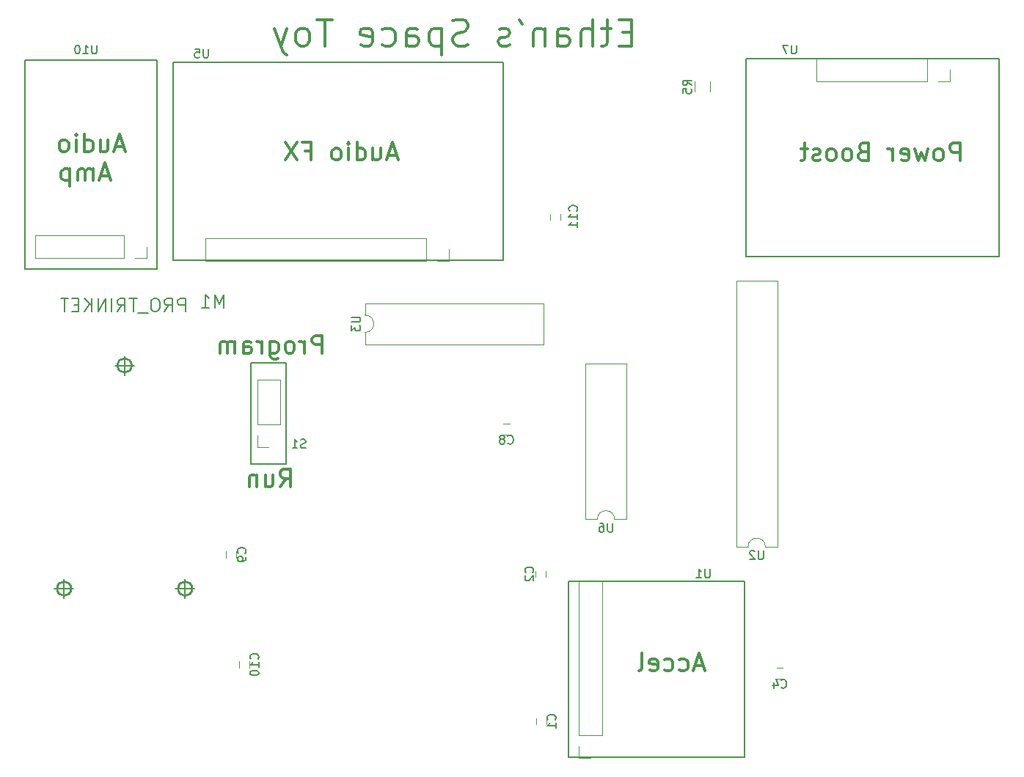
<source format=gbr>
G04 #@! TF.FileFunction,Legend,Bot*
%FSLAX46Y46*%
G04 Gerber Fmt 4.6, Leading zero omitted, Abs format (unit mm)*
G04 Created by KiCad (PCBNEW 4.0.6) date 09/02/17 13:52:09*
%MOMM*%
%LPD*%
G01*
G04 APERTURE LIST*
%ADD10C,0.100000*%
%ADD11C,0.300000*%
%ADD12C,0.150000*%
%ADD13C,0.120000*%
%ADD14C,0.063500*%
%ADD15C,0.127000*%
G04 APERTURE END LIST*
D10*
D11*
X170252570Y-140038667D02*
X169284951Y-140038667D01*
X170446094Y-140619238D02*
X169768761Y-138587238D01*
X169091428Y-140619238D01*
X167543237Y-140522476D02*
X167736761Y-140619238D01*
X168123809Y-140619238D01*
X168317333Y-140522476D01*
X168414094Y-140425714D01*
X168510856Y-140232190D01*
X168510856Y-139651619D01*
X168414094Y-139458095D01*
X168317333Y-139361333D01*
X168123809Y-139264571D01*
X167736761Y-139264571D01*
X167543237Y-139361333D01*
X165801523Y-140522476D02*
X165995047Y-140619238D01*
X166382095Y-140619238D01*
X166575619Y-140522476D01*
X166672380Y-140425714D01*
X166769142Y-140232190D01*
X166769142Y-139651619D01*
X166672380Y-139458095D01*
X166575619Y-139361333D01*
X166382095Y-139264571D01*
X165995047Y-139264571D01*
X165801523Y-139361333D01*
X164156571Y-140522476D02*
X164350095Y-140619238D01*
X164737143Y-140619238D01*
X164930666Y-140522476D01*
X165027428Y-140328952D01*
X165027428Y-139554857D01*
X164930666Y-139361333D01*
X164737143Y-139264571D01*
X164350095Y-139264571D01*
X164156571Y-139361333D01*
X164059809Y-139554857D01*
X164059809Y-139748381D01*
X165027428Y-139941905D01*
X162898667Y-140619238D02*
X163092191Y-140522476D01*
X163188952Y-140328952D01*
X163188952Y-138587238D01*
X199928237Y-81691238D02*
X199928237Y-79659238D01*
X199154142Y-79659238D01*
X198960618Y-79756000D01*
X198863857Y-79852762D01*
X198767095Y-80046286D01*
X198767095Y-80336571D01*
X198863857Y-80530095D01*
X198960618Y-80626857D01*
X199154142Y-80723619D01*
X199928237Y-80723619D01*
X197605952Y-81691238D02*
X197799476Y-81594476D01*
X197896237Y-81497714D01*
X197992999Y-81304190D01*
X197992999Y-80723619D01*
X197896237Y-80530095D01*
X197799476Y-80433333D01*
X197605952Y-80336571D01*
X197315666Y-80336571D01*
X197122142Y-80433333D01*
X197025380Y-80530095D01*
X196928618Y-80723619D01*
X196928618Y-81304190D01*
X197025380Y-81497714D01*
X197122142Y-81594476D01*
X197315666Y-81691238D01*
X197605952Y-81691238D01*
X196251285Y-80336571D02*
X195864238Y-81691238D01*
X195477190Y-80723619D01*
X195090142Y-81691238D01*
X194703095Y-80336571D01*
X193154904Y-81594476D02*
X193348428Y-81691238D01*
X193735476Y-81691238D01*
X193928999Y-81594476D01*
X194025761Y-81400952D01*
X194025761Y-80626857D01*
X193928999Y-80433333D01*
X193735476Y-80336571D01*
X193348428Y-80336571D01*
X193154904Y-80433333D01*
X193058142Y-80626857D01*
X193058142Y-80820381D01*
X194025761Y-81013905D01*
X192187285Y-81691238D02*
X192187285Y-80336571D01*
X192187285Y-80723619D02*
X192090524Y-80530095D01*
X191993762Y-80433333D01*
X191800238Y-80336571D01*
X191606714Y-80336571D01*
X188703857Y-80626857D02*
X188413571Y-80723619D01*
X188316810Y-80820381D01*
X188220048Y-81013905D01*
X188220048Y-81304190D01*
X188316810Y-81497714D01*
X188413571Y-81594476D01*
X188607095Y-81691238D01*
X189381190Y-81691238D01*
X189381190Y-79659238D01*
X188703857Y-79659238D01*
X188510333Y-79756000D01*
X188413571Y-79852762D01*
X188316810Y-80046286D01*
X188316810Y-80239810D01*
X188413571Y-80433333D01*
X188510333Y-80530095D01*
X188703857Y-80626857D01*
X189381190Y-80626857D01*
X187058905Y-81691238D02*
X187252429Y-81594476D01*
X187349190Y-81497714D01*
X187445952Y-81304190D01*
X187445952Y-80723619D01*
X187349190Y-80530095D01*
X187252429Y-80433333D01*
X187058905Y-80336571D01*
X186768619Y-80336571D01*
X186575095Y-80433333D01*
X186478333Y-80530095D01*
X186381571Y-80723619D01*
X186381571Y-81304190D01*
X186478333Y-81497714D01*
X186575095Y-81594476D01*
X186768619Y-81691238D01*
X187058905Y-81691238D01*
X185220429Y-81691238D02*
X185413953Y-81594476D01*
X185510714Y-81497714D01*
X185607476Y-81304190D01*
X185607476Y-80723619D01*
X185510714Y-80530095D01*
X185413953Y-80433333D01*
X185220429Y-80336571D01*
X184930143Y-80336571D01*
X184736619Y-80433333D01*
X184639857Y-80530095D01*
X184543095Y-80723619D01*
X184543095Y-81304190D01*
X184639857Y-81497714D01*
X184736619Y-81594476D01*
X184930143Y-81691238D01*
X185220429Y-81691238D01*
X183769000Y-81594476D02*
X183575477Y-81691238D01*
X183188429Y-81691238D01*
X182994905Y-81594476D01*
X182898143Y-81400952D01*
X182898143Y-81304190D01*
X182994905Y-81110667D01*
X183188429Y-81013905D01*
X183478715Y-81013905D01*
X183672238Y-80917143D01*
X183769000Y-80723619D01*
X183769000Y-80626857D01*
X183672238Y-80433333D01*
X183478715Y-80336571D01*
X183188429Y-80336571D01*
X182994905Y-80433333D01*
X182317572Y-80336571D02*
X181543477Y-80336571D01*
X182027286Y-79659238D02*
X182027286Y-81400952D01*
X181930525Y-81594476D01*
X181737001Y-81691238D01*
X181543477Y-81691238D01*
X103432427Y-80071667D02*
X102464808Y-80071667D01*
X103625951Y-80652238D02*
X102948618Y-78620238D01*
X102271285Y-80652238D01*
X100723094Y-79297571D02*
X100723094Y-80652238D01*
X101593951Y-79297571D02*
X101593951Y-80361952D01*
X101497190Y-80555476D01*
X101303666Y-80652238D01*
X101013380Y-80652238D01*
X100819856Y-80555476D01*
X100723094Y-80458714D01*
X98884618Y-80652238D02*
X98884618Y-78620238D01*
X98884618Y-80555476D02*
X99078142Y-80652238D01*
X99465190Y-80652238D01*
X99658714Y-80555476D01*
X99755475Y-80458714D01*
X99852237Y-80265190D01*
X99852237Y-79684619D01*
X99755475Y-79491095D01*
X99658714Y-79394333D01*
X99465190Y-79297571D01*
X99078142Y-79297571D01*
X98884618Y-79394333D01*
X97916999Y-80652238D02*
X97916999Y-79297571D01*
X97916999Y-78620238D02*
X98013761Y-78717000D01*
X97916999Y-78813762D01*
X97820238Y-78717000D01*
X97916999Y-78620238D01*
X97916999Y-78813762D01*
X96659095Y-80652238D02*
X96852619Y-80555476D01*
X96949380Y-80458714D01*
X97046142Y-80265190D01*
X97046142Y-79684619D01*
X96949380Y-79491095D01*
X96852619Y-79394333D01*
X96659095Y-79297571D01*
X96368809Y-79297571D01*
X96175285Y-79394333D01*
X96078523Y-79491095D01*
X95981761Y-79684619D01*
X95981761Y-80265190D01*
X96078523Y-80458714D01*
X96175285Y-80555476D01*
X96368809Y-80652238D01*
X96659095Y-80652238D01*
X101690713Y-83419667D02*
X100723094Y-83419667D01*
X101884237Y-84000238D02*
X101206904Y-81968238D01*
X100529571Y-84000238D01*
X99852237Y-84000238D02*
X99852237Y-82645571D01*
X99852237Y-82839095D02*
X99755476Y-82742333D01*
X99561952Y-82645571D01*
X99271666Y-82645571D01*
X99078142Y-82742333D01*
X98981380Y-82935857D01*
X98981380Y-84000238D01*
X98981380Y-82935857D02*
X98884618Y-82742333D01*
X98691095Y-82645571D01*
X98400809Y-82645571D01*
X98207285Y-82742333D01*
X98110523Y-82935857D01*
X98110523Y-84000238D01*
X97142904Y-82645571D02*
X97142904Y-84677571D01*
X97142904Y-82742333D02*
X96949381Y-82645571D01*
X96562333Y-82645571D01*
X96368809Y-82742333D01*
X96272047Y-82839095D01*
X96175285Y-83032619D01*
X96175285Y-83613190D01*
X96272047Y-83806714D01*
X96368809Y-83903476D01*
X96562333Y-84000238D01*
X96949381Y-84000238D01*
X97142904Y-83903476D01*
X134861903Y-81047167D02*
X133894284Y-81047167D01*
X135055427Y-81627738D02*
X134378094Y-79595738D01*
X133700761Y-81627738D01*
X132152570Y-80273071D02*
X132152570Y-81627738D01*
X133023427Y-80273071D02*
X133023427Y-81337452D01*
X132926666Y-81530976D01*
X132733142Y-81627738D01*
X132442856Y-81627738D01*
X132249332Y-81530976D01*
X132152570Y-81434214D01*
X130314094Y-81627738D02*
X130314094Y-79595738D01*
X130314094Y-81530976D02*
X130507618Y-81627738D01*
X130894666Y-81627738D01*
X131088190Y-81530976D01*
X131184951Y-81434214D01*
X131281713Y-81240690D01*
X131281713Y-80660119D01*
X131184951Y-80466595D01*
X131088190Y-80369833D01*
X130894666Y-80273071D01*
X130507618Y-80273071D01*
X130314094Y-80369833D01*
X129346475Y-81627738D02*
X129346475Y-80273071D01*
X129346475Y-79595738D02*
X129443237Y-79692500D01*
X129346475Y-79789262D01*
X129249714Y-79692500D01*
X129346475Y-79595738D01*
X129346475Y-79789262D01*
X128088571Y-81627738D02*
X128282095Y-81530976D01*
X128378856Y-81434214D01*
X128475618Y-81240690D01*
X128475618Y-80660119D01*
X128378856Y-80466595D01*
X128282095Y-80369833D01*
X128088571Y-80273071D01*
X127798285Y-80273071D01*
X127604761Y-80369833D01*
X127507999Y-80466595D01*
X127411237Y-80660119D01*
X127411237Y-81240690D01*
X127507999Y-81434214D01*
X127604761Y-81530976D01*
X127798285Y-81627738D01*
X128088571Y-81627738D01*
X124314857Y-80563357D02*
X124992190Y-80563357D01*
X124992190Y-81627738D02*
X124992190Y-79595738D01*
X124024571Y-79595738D01*
X123444000Y-79595738D02*
X122089334Y-81627738D01*
X122089334Y-79595738D02*
X123444000Y-81627738D01*
X162006642Y-66838286D02*
X160990642Y-66838286D01*
X160555213Y-68434857D02*
X162006642Y-68434857D01*
X162006642Y-65386857D01*
X160555213Y-65386857D01*
X159684356Y-66402857D02*
X158523213Y-66402857D01*
X159248928Y-65386857D02*
X159248928Y-67999429D01*
X159103785Y-68289714D01*
X158813499Y-68434857D01*
X158523213Y-68434857D01*
X157507214Y-68434857D02*
X157507214Y-65386857D01*
X156200928Y-68434857D02*
X156200928Y-66838286D01*
X156346071Y-66548000D01*
X156636357Y-66402857D01*
X157071785Y-66402857D01*
X157362071Y-66548000D01*
X157507214Y-66693143D01*
X153443214Y-68434857D02*
X153443214Y-66838286D01*
X153588357Y-66548000D01*
X153878643Y-66402857D01*
X154459214Y-66402857D01*
X154749500Y-66548000D01*
X153443214Y-68289714D02*
X153733500Y-68434857D01*
X154459214Y-68434857D01*
X154749500Y-68289714D01*
X154894643Y-67999429D01*
X154894643Y-67709143D01*
X154749500Y-67418857D01*
X154459214Y-67273714D01*
X153733500Y-67273714D01*
X153443214Y-67128571D01*
X151991786Y-66402857D02*
X151991786Y-68434857D01*
X151991786Y-66693143D02*
X151846643Y-66548000D01*
X151556357Y-66402857D01*
X151120929Y-66402857D01*
X150830643Y-66548000D01*
X150685500Y-66838286D01*
X150685500Y-68434857D01*
X149088929Y-65386857D02*
X149379215Y-65967429D01*
X147927786Y-68289714D02*
X147637500Y-68434857D01*
X147056928Y-68434857D01*
X146766643Y-68289714D01*
X146621500Y-67999429D01*
X146621500Y-67854286D01*
X146766643Y-67564000D01*
X147056928Y-67418857D01*
X147492357Y-67418857D01*
X147782643Y-67273714D01*
X147927786Y-66983429D01*
X147927786Y-66838286D01*
X147782643Y-66548000D01*
X147492357Y-66402857D01*
X147056928Y-66402857D01*
X146766643Y-66548000D01*
X143138071Y-68289714D02*
X142702642Y-68434857D01*
X141976928Y-68434857D01*
X141686642Y-68289714D01*
X141541499Y-68144571D01*
X141396356Y-67854286D01*
X141396356Y-67564000D01*
X141541499Y-67273714D01*
X141686642Y-67128571D01*
X141976928Y-66983429D01*
X142557499Y-66838286D01*
X142847785Y-66693143D01*
X142992928Y-66548000D01*
X143138071Y-66257714D01*
X143138071Y-65967429D01*
X142992928Y-65677143D01*
X142847785Y-65532000D01*
X142557499Y-65386857D01*
X141831785Y-65386857D01*
X141396356Y-65532000D01*
X140090071Y-66402857D02*
X140090071Y-69450857D01*
X140090071Y-66548000D02*
X139799785Y-66402857D01*
X139219214Y-66402857D01*
X138928928Y-66548000D01*
X138783785Y-66693143D01*
X138638642Y-66983429D01*
X138638642Y-67854286D01*
X138783785Y-68144571D01*
X138928928Y-68289714D01*
X139219214Y-68434857D01*
X139799785Y-68434857D01*
X140090071Y-68289714D01*
X136026071Y-68434857D02*
X136026071Y-66838286D01*
X136171214Y-66548000D01*
X136461500Y-66402857D01*
X137042071Y-66402857D01*
X137332357Y-66548000D01*
X136026071Y-68289714D02*
X136316357Y-68434857D01*
X137042071Y-68434857D01*
X137332357Y-68289714D01*
X137477500Y-67999429D01*
X137477500Y-67709143D01*
X137332357Y-67418857D01*
X137042071Y-67273714D01*
X136316357Y-67273714D01*
X136026071Y-67128571D01*
X133268357Y-68289714D02*
X133558643Y-68434857D01*
X134139214Y-68434857D01*
X134429500Y-68289714D01*
X134574643Y-68144571D01*
X134719786Y-67854286D01*
X134719786Y-66983429D01*
X134574643Y-66693143D01*
X134429500Y-66548000D01*
X134139214Y-66402857D01*
X133558643Y-66402857D01*
X133268357Y-66548000D01*
X130800929Y-68289714D02*
X131091215Y-68434857D01*
X131671786Y-68434857D01*
X131962072Y-68289714D01*
X132107215Y-67999429D01*
X132107215Y-66838286D01*
X131962072Y-66548000D01*
X131671786Y-66402857D01*
X131091215Y-66402857D01*
X130800929Y-66548000D01*
X130655786Y-66838286D01*
X130655786Y-67128571D01*
X132107215Y-67418857D01*
X127462643Y-65386857D02*
X125720929Y-65386857D01*
X126591786Y-68434857D02*
X126591786Y-65386857D01*
X124269500Y-68434857D02*
X124559786Y-68289714D01*
X124704929Y-68144571D01*
X124850072Y-67854286D01*
X124850072Y-66983429D01*
X124704929Y-66693143D01*
X124559786Y-66548000D01*
X124269500Y-66402857D01*
X123834072Y-66402857D01*
X123543786Y-66548000D01*
X123398643Y-66693143D01*
X123253500Y-66983429D01*
X123253500Y-67854286D01*
X123398643Y-68144571D01*
X123543786Y-68289714D01*
X123834072Y-68434857D01*
X124269500Y-68434857D01*
X122237500Y-66402857D02*
X121511786Y-68434857D01*
X120786072Y-66402857D02*
X121511786Y-68434857D01*
X121802072Y-69160571D01*
X121947215Y-69305714D01*
X122237500Y-69450857D01*
X121478524Y-119346738D02*
X122155857Y-118379119D01*
X122639666Y-119346738D02*
X122639666Y-117314738D01*
X121865571Y-117314738D01*
X121672047Y-117411500D01*
X121575286Y-117508262D01*
X121478524Y-117701786D01*
X121478524Y-117992071D01*
X121575286Y-118185595D01*
X121672047Y-118282357D01*
X121865571Y-118379119D01*
X122639666Y-118379119D01*
X119736809Y-117992071D02*
X119736809Y-119346738D01*
X120607666Y-117992071D02*
X120607666Y-119056452D01*
X120510905Y-119249976D01*
X120317381Y-119346738D01*
X120027095Y-119346738D01*
X119833571Y-119249976D01*
X119736809Y-119153214D01*
X118769190Y-117992071D02*
X118769190Y-119346738D01*
X118769190Y-118185595D02*
X118672429Y-118088833D01*
X118478905Y-117992071D01*
X118188619Y-117992071D01*
X117995095Y-118088833D01*
X117898333Y-118282357D01*
X117898333Y-119346738D01*
X126298475Y-103916238D02*
X126298475Y-101884238D01*
X125524380Y-101884238D01*
X125330856Y-101981000D01*
X125234095Y-102077762D01*
X125137333Y-102271286D01*
X125137333Y-102561571D01*
X125234095Y-102755095D01*
X125330856Y-102851857D01*
X125524380Y-102948619D01*
X126298475Y-102948619D01*
X124266475Y-103916238D02*
X124266475Y-102561571D01*
X124266475Y-102948619D02*
X124169714Y-102755095D01*
X124072952Y-102658333D01*
X123879428Y-102561571D01*
X123685904Y-102561571D01*
X122718285Y-103916238D02*
X122911809Y-103819476D01*
X123008570Y-103722714D01*
X123105332Y-103529190D01*
X123105332Y-102948619D01*
X123008570Y-102755095D01*
X122911809Y-102658333D01*
X122718285Y-102561571D01*
X122427999Y-102561571D01*
X122234475Y-102658333D01*
X122137713Y-102755095D01*
X122040951Y-102948619D01*
X122040951Y-103529190D01*
X122137713Y-103722714D01*
X122234475Y-103819476D01*
X122427999Y-103916238D01*
X122718285Y-103916238D01*
X120299237Y-102561571D02*
X120299237Y-104206524D01*
X120395999Y-104400048D01*
X120492761Y-104496810D01*
X120686285Y-104593571D01*
X120976571Y-104593571D01*
X121170094Y-104496810D01*
X120299237Y-103819476D02*
X120492761Y-103916238D01*
X120879809Y-103916238D01*
X121073333Y-103819476D01*
X121170094Y-103722714D01*
X121266856Y-103529190D01*
X121266856Y-102948619D01*
X121170094Y-102755095D01*
X121073333Y-102658333D01*
X120879809Y-102561571D01*
X120492761Y-102561571D01*
X120299237Y-102658333D01*
X119331618Y-103916238D02*
X119331618Y-102561571D01*
X119331618Y-102948619D02*
X119234857Y-102755095D01*
X119138095Y-102658333D01*
X118944571Y-102561571D01*
X118751047Y-102561571D01*
X117202856Y-103916238D02*
X117202856Y-102851857D01*
X117299618Y-102658333D01*
X117493142Y-102561571D01*
X117880190Y-102561571D01*
X118073713Y-102658333D01*
X117202856Y-103819476D02*
X117396380Y-103916238D01*
X117880190Y-103916238D01*
X118073713Y-103819476D01*
X118170475Y-103625952D01*
X118170475Y-103432429D01*
X118073713Y-103238905D01*
X117880190Y-103142143D01*
X117396380Y-103142143D01*
X117202856Y-103045381D01*
X116235237Y-103916238D02*
X116235237Y-102561571D01*
X116235237Y-102755095D02*
X116138476Y-102658333D01*
X115944952Y-102561571D01*
X115654666Y-102561571D01*
X115461142Y-102658333D01*
X115364380Y-102851857D01*
X115364380Y-103916238D01*
X115364380Y-102851857D02*
X115267618Y-102658333D01*
X115074095Y-102561571D01*
X114783809Y-102561571D01*
X114590285Y-102658333D01*
X114493523Y-102851857D01*
X114493523Y-103916238D01*
D12*
X175196500Y-69913500D02*
X175196500Y-92773500D01*
X175196500Y-92773500D02*
X204406500Y-92773500D01*
X204406500Y-92773500D02*
X204406500Y-69913500D01*
X204406500Y-69913500D02*
X175196500Y-69913500D01*
D13*
X183391500Y-72513500D02*
X183391500Y-69853500D01*
X196151500Y-72513500D02*
X183391500Y-72513500D01*
X196151500Y-69853500D02*
X183391500Y-69853500D01*
X196151500Y-72513500D02*
X196151500Y-69853500D01*
X197421500Y-72513500D02*
X198751500Y-72513500D01*
X198751500Y-72513500D02*
X198751500Y-71183500D01*
D14*
X111391618Y-131124960D02*
G75*
G03X111391618Y-131124960I-901618J0D01*
G01*
X97418026Y-131124960D02*
G75*
G03X97418026Y-131124960I-898026J0D01*
G01*
X104403026Y-105346500D02*
G75*
G03X104403026Y-105346500I-898026J0D01*
G01*
D15*
X97295894Y-131124960D02*
G75*
G03X97295894Y-131124960I-775894J0D01*
G01*
X95420180Y-131124960D02*
X97622360Y-131124960D01*
X96520000Y-130025140D02*
X96520000Y-132227320D01*
X111265894Y-131124960D02*
G75*
G03X111265894Y-131124960I-775894J0D01*
G01*
X109387640Y-131124960D02*
X111589820Y-131124960D01*
X110490000Y-130025140D02*
X110490000Y-132227320D01*
X104280894Y-105346500D02*
G75*
G03X104280894Y-105346500I-775894J0D01*
G01*
X102405180Y-105346500D02*
X104604820Y-105346500D01*
X103505000Y-104246680D02*
X103505000Y-106446320D01*
D12*
X107251500Y-94170500D02*
X107251500Y-70040500D01*
X107251500Y-70040500D02*
X92011500Y-70040500D01*
X92011500Y-70040500D02*
X92011500Y-94170500D01*
X107251500Y-94170500D02*
X92011500Y-94170500D01*
D13*
X93221500Y-92960500D02*
X93221500Y-90300500D01*
X103441500Y-92960500D02*
X93221500Y-92960500D01*
X103441500Y-90300500D02*
X93221500Y-90300500D01*
X103441500Y-92960500D02*
X103441500Y-90300500D01*
X104711500Y-92960500D02*
X106041500Y-92960500D01*
X106041500Y-92960500D02*
X106041500Y-91630500D01*
X158067500Y-123119500D02*
X156697500Y-123119500D01*
X156697500Y-123119500D02*
X156697500Y-105099500D01*
X156697500Y-105099500D02*
X161437500Y-105099500D01*
X161437500Y-105099500D02*
X161437500Y-123119500D01*
X161437500Y-123119500D02*
X160067500Y-123119500D01*
X160067500Y-123119500D02*
G75*
G03X158067500Y-123119500I-1000000J0D01*
G01*
D12*
X109093000Y-93218000D02*
X109093000Y-70358000D01*
X147193000Y-93218000D02*
X147193000Y-70358000D01*
X147193000Y-70358000D02*
X109093000Y-70358000D01*
X147193000Y-93218000D02*
X109093000Y-93218000D01*
D13*
X112843000Y-93278000D02*
X112843000Y-90618000D01*
X138303000Y-93278000D02*
X112843000Y-93278000D01*
X138303000Y-90618000D02*
X112843000Y-90618000D01*
X138303000Y-93278000D02*
X138303000Y-90618000D01*
X139573000Y-93278000D02*
X140903000Y-93278000D01*
X140903000Y-93278000D02*
X140903000Y-91948000D01*
X131261500Y-99520500D02*
X131261500Y-98150500D01*
X131261500Y-98150500D02*
X151821500Y-98150500D01*
X151821500Y-98150500D02*
X151821500Y-102890500D01*
X151821500Y-102890500D02*
X131261500Y-102890500D01*
X131261500Y-102890500D02*
X131261500Y-101520500D01*
X131261500Y-101520500D02*
G75*
G03X131261500Y-99520500I0J1000000D01*
G01*
X175466500Y-126294500D02*
X174096500Y-126294500D01*
X174096500Y-126294500D02*
X174096500Y-95574500D01*
X174096500Y-95574500D02*
X178836500Y-95574500D01*
X178836500Y-95574500D02*
X178836500Y-126294500D01*
X178836500Y-126294500D02*
X177466500Y-126294500D01*
X177466500Y-126294500D02*
G75*
G03X175466500Y-126294500I-1000000J0D01*
G01*
D12*
X154749500Y-150622000D02*
X154749500Y-130302000D01*
X154749500Y-130302000D02*
X175069500Y-130302000D01*
X175069500Y-130302000D02*
X175069500Y-150622000D01*
X175069500Y-150622000D02*
X154749500Y-150622000D01*
D13*
X155959500Y-130242000D02*
X158619500Y-130242000D01*
X155959500Y-148082000D02*
X155959500Y-130242000D01*
X158619500Y-148082000D02*
X158619500Y-130242000D01*
X155959500Y-148082000D02*
X158619500Y-148082000D01*
X155959500Y-149352000D02*
X155959500Y-150682000D01*
X155959500Y-150682000D02*
X157289500Y-150682000D01*
D12*
X118110000Y-116459000D02*
X118110000Y-105029000D01*
X118110000Y-105029000D02*
X122174000Y-105029000D01*
X122174000Y-105029000D02*
X122174000Y-116713000D01*
X122174000Y-116713000D02*
X118110000Y-116713000D01*
X118110000Y-116713000D02*
X118110000Y-116459000D01*
D13*
X118812000Y-107001000D02*
X121472000Y-107001000D01*
X118812000Y-112141000D02*
X118812000Y-107001000D01*
X121472000Y-112141000D02*
X121472000Y-107001000D01*
X118812000Y-112141000D02*
X121472000Y-112141000D01*
X118812000Y-113411000D02*
X118812000Y-114741000D01*
X118812000Y-114741000D02*
X120142000Y-114741000D01*
X171060000Y-73752000D02*
X171060000Y-72552000D01*
X169300000Y-72552000D02*
X169300000Y-73752000D01*
X152625500Y-87851500D02*
X152625500Y-88551500D01*
X153825500Y-88551500D02*
X153825500Y-87851500D01*
X147224000Y-113312500D02*
X147924000Y-113312500D01*
X147924000Y-112112500D02*
X147224000Y-112112500D01*
X116424000Y-127540500D02*
X116424000Y-126840500D01*
X115224000Y-126840500D02*
X115224000Y-127540500D01*
X117884500Y-140240500D02*
X117884500Y-139540500D01*
X116684500Y-139540500D02*
X116684500Y-140240500D01*
X178783500Y-141506500D02*
X179483500Y-141506500D01*
X179483500Y-140306500D02*
X178783500Y-140306500D01*
X150911000Y-129063000D02*
X150911000Y-129763000D01*
X152111000Y-129763000D02*
X152111000Y-129063000D01*
X152174500Y-146781000D02*
X152174500Y-146081000D01*
X150974500Y-146081000D02*
X150974500Y-146781000D01*
D12*
X181038405Y-68349881D02*
X181038405Y-69159405D01*
X180990786Y-69254643D01*
X180943167Y-69302262D01*
X180847929Y-69349881D01*
X180657452Y-69349881D01*
X180562214Y-69302262D01*
X180514595Y-69254643D01*
X180466976Y-69159405D01*
X180466976Y-68349881D01*
X180086024Y-68349881D02*
X179419357Y-68349881D01*
X179847929Y-69349881D01*
X114962214Y-98669929D02*
X114962214Y-97145929D01*
X114454214Y-98234500D01*
X113946214Y-97145929D01*
X113946214Y-98669929D01*
X112422214Y-98669929D02*
X113293071Y-98669929D01*
X112857643Y-98669929D02*
X112857643Y-97145929D01*
X113002786Y-97363643D01*
X113147928Y-97508786D01*
X113293071Y-97581357D01*
X110517214Y-99114429D02*
X110517214Y-97590429D01*
X109936642Y-97590429D01*
X109791500Y-97663000D01*
X109718928Y-97735571D01*
X109646357Y-97880714D01*
X109646357Y-98098429D01*
X109718928Y-98243571D01*
X109791500Y-98316143D01*
X109936642Y-98388714D01*
X110517214Y-98388714D01*
X108122357Y-99114429D02*
X108630357Y-98388714D01*
X108993214Y-99114429D02*
X108993214Y-97590429D01*
X108412642Y-97590429D01*
X108267500Y-97663000D01*
X108194928Y-97735571D01*
X108122357Y-97880714D01*
X108122357Y-98098429D01*
X108194928Y-98243571D01*
X108267500Y-98316143D01*
X108412642Y-98388714D01*
X108993214Y-98388714D01*
X107178928Y-97590429D02*
X106888642Y-97590429D01*
X106743500Y-97663000D01*
X106598357Y-97808143D01*
X106525785Y-98098429D01*
X106525785Y-98606429D01*
X106598357Y-98896714D01*
X106743500Y-99041857D01*
X106888642Y-99114429D01*
X107178928Y-99114429D01*
X107324071Y-99041857D01*
X107469214Y-98896714D01*
X107541785Y-98606429D01*
X107541785Y-98098429D01*
X107469214Y-97808143D01*
X107324071Y-97663000D01*
X107178928Y-97590429D01*
X106235500Y-99259571D02*
X105074357Y-99259571D01*
X104929214Y-97590429D02*
X104058357Y-97590429D01*
X104493786Y-99114429D02*
X104493786Y-97590429D01*
X102679500Y-99114429D02*
X103187500Y-98388714D01*
X103550357Y-99114429D02*
X103550357Y-97590429D01*
X102969785Y-97590429D01*
X102824643Y-97663000D01*
X102752071Y-97735571D01*
X102679500Y-97880714D01*
X102679500Y-98098429D01*
X102752071Y-98243571D01*
X102824643Y-98316143D01*
X102969785Y-98388714D01*
X103550357Y-98388714D01*
X102026357Y-99114429D02*
X102026357Y-97590429D01*
X101300643Y-99114429D02*
X101300643Y-97590429D01*
X100429786Y-99114429D01*
X100429786Y-97590429D01*
X99704072Y-99114429D02*
X99704072Y-97590429D01*
X98833215Y-99114429D02*
X99486358Y-98243571D01*
X98833215Y-97590429D02*
X99704072Y-98461286D01*
X98180072Y-98316143D02*
X97672072Y-98316143D01*
X97454358Y-99114429D02*
X98180072Y-99114429D01*
X98180072Y-97590429D01*
X97454358Y-97590429D01*
X97018929Y-97590429D02*
X96148072Y-97590429D01*
X96583501Y-99114429D02*
X96583501Y-97590429D01*
X100298095Y-68349881D02*
X100298095Y-69159405D01*
X100250476Y-69254643D01*
X100202857Y-69302262D01*
X100107619Y-69349881D01*
X99917142Y-69349881D01*
X99821904Y-69302262D01*
X99774285Y-69254643D01*
X99726666Y-69159405D01*
X99726666Y-68349881D01*
X98726666Y-69349881D02*
X99298095Y-69349881D01*
X99012381Y-69349881D02*
X99012381Y-68349881D01*
X99107619Y-68492738D01*
X99202857Y-68587976D01*
X99298095Y-68635595D01*
X98107619Y-68349881D02*
X98012380Y-68349881D01*
X97917142Y-68397500D01*
X97869523Y-68445119D01*
X97821904Y-68540357D01*
X97774285Y-68730833D01*
X97774285Y-68968929D01*
X97821904Y-69159405D01*
X97869523Y-69254643D01*
X97917142Y-69302262D01*
X98012380Y-69349881D01*
X98107619Y-69349881D01*
X98202857Y-69302262D01*
X98250476Y-69254643D01*
X98298095Y-69159405D01*
X98345714Y-68968929D01*
X98345714Y-68730833D01*
X98298095Y-68540357D01*
X98250476Y-68445119D01*
X98202857Y-68397500D01*
X98107619Y-68349881D01*
X159829405Y-123571881D02*
X159829405Y-124381405D01*
X159781786Y-124476643D01*
X159734167Y-124524262D01*
X159638929Y-124571881D01*
X159448452Y-124571881D01*
X159353214Y-124524262D01*
X159305595Y-124476643D01*
X159257976Y-124381405D01*
X159257976Y-123571881D01*
X158353214Y-123571881D02*
X158543691Y-123571881D01*
X158638929Y-123619500D01*
X158686548Y-123667119D01*
X158781786Y-123809976D01*
X158829405Y-124000452D01*
X158829405Y-124381405D01*
X158781786Y-124476643D01*
X158734167Y-124524262D01*
X158638929Y-124571881D01*
X158448452Y-124571881D01*
X158353214Y-124524262D01*
X158305595Y-124476643D01*
X158257976Y-124381405D01*
X158257976Y-124143310D01*
X158305595Y-124048071D01*
X158353214Y-124000452D01*
X158448452Y-123952833D01*
X158638929Y-123952833D01*
X158734167Y-124000452D01*
X158781786Y-124048071D01*
X158829405Y-124143310D01*
X113156905Y-68794381D02*
X113156905Y-69603905D01*
X113109286Y-69699143D01*
X113061667Y-69746762D01*
X112966429Y-69794381D01*
X112775952Y-69794381D01*
X112680714Y-69746762D01*
X112633095Y-69699143D01*
X112585476Y-69603905D01*
X112585476Y-68794381D01*
X111633095Y-68794381D02*
X112109286Y-68794381D01*
X112156905Y-69270571D01*
X112109286Y-69222952D01*
X112014048Y-69175333D01*
X111775952Y-69175333D01*
X111680714Y-69222952D01*
X111633095Y-69270571D01*
X111585476Y-69365810D01*
X111585476Y-69603905D01*
X111633095Y-69699143D01*
X111680714Y-69746762D01*
X111775952Y-69794381D01*
X112014048Y-69794381D01*
X112109286Y-69746762D01*
X112156905Y-69699143D01*
X129713881Y-99758595D02*
X130523405Y-99758595D01*
X130618643Y-99806214D01*
X130666262Y-99853833D01*
X130713881Y-99949071D01*
X130713881Y-100139548D01*
X130666262Y-100234786D01*
X130618643Y-100282405D01*
X130523405Y-100330024D01*
X129713881Y-100330024D01*
X129713881Y-100710976D02*
X129713881Y-101330024D01*
X130094833Y-100996690D01*
X130094833Y-101139548D01*
X130142452Y-101234786D01*
X130190071Y-101282405D01*
X130285310Y-101330024D01*
X130523405Y-101330024D01*
X130618643Y-101282405D01*
X130666262Y-101234786D01*
X130713881Y-101139548D01*
X130713881Y-100853833D01*
X130666262Y-100758595D01*
X130618643Y-100710976D01*
X177228405Y-126746881D02*
X177228405Y-127556405D01*
X177180786Y-127651643D01*
X177133167Y-127699262D01*
X177037929Y-127746881D01*
X176847452Y-127746881D01*
X176752214Y-127699262D01*
X176704595Y-127651643D01*
X176656976Y-127556405D01*
X176656976Y-126746881D01*
X176228405Y-126842119D02*
X176180786Y-126794500D01*
X176085548Y-126746881D01*
X175847452Y-126746881D01*
X175752214Y-126794500D01*
X175704595Y-126842119D01*
X175656976Y-126937357D01*
X175656976Y-127032595D01*
X175704595Y-127175452D01*
X176276024Y-127746881D01*
X175656976Y-127746881D01*
X171068905Y-128865381D02*
X171068905Y-129674905D01*
X171021286Y-129770143D01*
X170973667Y-129817762D01*
X170878429Y-129865381D01*
X170687952Y-129865381D01*
X170592714Y-129817762D01*
X170545095Y-129770143D01*
X170497476Y-129674905D01*
X170497476Y-128865381D01*
X169497476Y-129865381D02*
X170068905Y-129865381D01*
X169783191Y-129865381D02*
X169783191Y-128865381D01*
X169878429Y-129008238D01*
X169973667Y-129103476D01*
X170068905Y-129151095D01*
X124396405Y-114831762D02*
X124253548Y-114879381D01*
X124015452Y-114879381D01*
X123920214Y-114831762D01*
X123872595Y-114784143D01*
X123824976Y-114688905D01*
X123824976Y-114593667D01*
X123872595Y-114498429D01*
X123920214Y-114450810D01*
X124015452Y-114403190D01*
X124205929Y-114355571D01*
X124301167Y-114307952D01*
X124348786Y-114260333D01*
X124396405Y-114165095D01*
X124396405Y-114069857D01*
X124348786Y-113974619D01*
X124301167Y-113927000D01*
X124205929Y-113879381D01*
X123967833Y-113879381D01*
X123824976Y-113927000D01*
X122872595Y-114879381D02*
X123444024Y-114879381D01*
X123158310Y-114879381D02*
X123158310Y-113879381D01*
X123253548Y-114022238D01*
X123348786Y-114117476D01*
X123444024Y-114165095D01*
X168932381Y-72985334D02*
X168456190Y-72652000D01*
X168932381Y-72413905D02*
X167932381Y-72413905D01*
X167932381Y-72794858D01*
X167980000Y-72890096D01*
X168027619Y-72937715D01*
X168122857Y-72985334D01*
X168265714Y-72985334D01*
X168360952Y-72937715D01*
X168408571Y-72890096D01*
X168456190Y-72794858D01*
X168456190Y-72413905D01*
X167932381Y-73890096D02*
X167932381Y-73413905D01*
X168408571Y-73366286D01*
X168360952Y-73413905D01*
X168313333Y-73509143D01*
X168313333Y-73747239D01*
X168360952Y-73842477D01*
X168408571Y-73890096D01*
X168503810Y-73937715D01*
X168741905Y-73937715D01*
X168837143Y-73890096D01*
X168884762Y-73842477D01*
X168932381Y-73747239D01*
X168932381Y-73509143D01*
X168884762Y-73413905D01*
X168837143Y-73366286D01*
X155678143Y-87495143D02*
X155725762Y-87447524D01*
X155773381Y-87304667D01*
X155773381Y-87209429D01*
X155725762Y-87066571D01*
X155630524Y-86971333D01*
X155535286Y-86923714D01*
X155344810Y-86876095D01*
X155201952Y-86876095D01*
X155011476Y-86923714D01*
X154916238Y-86971333D01*
X154821000Y-87066571D01*
X154773381Y-87209429D01*
X154773381Y-87304667D01*
X154821000Y-87447524D01*
X154868619Y-87495143D01*
X155773381Y-88447524D02*
X155773381Y-87876095D01*
X155773381Y-88161809D02*
X154773381Y-88161809D01*
X154916238Y-88066571D01*
X155011476Y-87971333D01*
X155059095Y-87876095D01*
X155773381Y-89399905D02*
X155773381Y-88828476D01*
X155773381Y-89114190D02*
X154773381Y-89114190D01*
X154916238Y-89018952D01*
X155011476Y-88923714D01*
X155059095Y-88828476D01*
X147740666Y-114319643D02*
X147788285Y-114367262D01*
X147931142Y-114414881D01*
X148026380Y-114414881D01*
X148169238Y-114367262D01*
X148264476Y-114272024D01*
X148312095Y-114176786D01*
X148359714Y-113986310D01*
X148359714Y-113843452D01*
X148312095Y-113652976D01*
X148264476Y-113557738D01*
X148169238Y-113462500D01*
X148026380Y-113414881D01*
X147931142Y-113414881D01*
X147788285Y-113462500D01*
X147740666Y-113510119D01*
X147169238Y-113843452D02*
X147264476Y-113795833D01*
X147312095Y-113748214D01*
X147359714Y-113652976D01*
X147359714Y-113605357D01*
X147312095Y-113510119D01*
X147264476Y-113462500D01*
X147169238Y-113414881D01*
X146978761Y-113414881D01*
X146883523Y-113462500D01*
X146835904Y-113510119D01*
X146788285Y-113605357D01*
X146788285Y-113652976D01*
X146835904Y-113748214D01*
X146883523Y-113795833D01*
X146978761Y-113843452D01*
X147169238Y-113843452D01*
X147264476Y-113891071D01*
X147312095Y-113938690D01*
X147359714Y-114033929D01*
X147359714Y-114224405D01*
X147312095Y-114319643D01*
X147264476Y-114367262D01*
X147169238Y-114414881D01*
X146978761Y-114414881D01*
X146883523Y-114367262D01*
X146835904Y-114319643D01*
X146788285Y-114224405D01*
X146788285Y-114033929D01*
X146835904Y-113938690D01*
X146883523Y-113891071D01*
X146978761Y-113843452D01*
X117431143Y-127023834D02*
X117478762Y-126976215D01*
X117526381Y-126833358D01*
X117526381Y-126738120D01*
X117478762Y-126595262D01*
X117383524Y-126500024D01*
X117288286Y-126452405D01*
X117097810Y-126404786D01*
X116954952Y-126404786D01*
X116764476Y-126452405D01*
X116669238Y-126500024D01*
X116574000Y-126595262D01*
X116526381Y-126738120D01*
X116526381Y-126833358D01*
X116574000Y-126976215D01*
X116621619Y-127023834D01*
X117526381Y-127500024D02*
X117526381Y-127690500D01*
X117478762Y-127785739D01*
X117431143Y-127833358D01*
X117288286Y-127928596D01*
X117097810Y-127976215D01*
X116716857Y-127976215D01*
X116621619Y-127928596D01*
X116574000Y-127880977D01*
X116526381Y-127785739D01*
X116526381Y-127595262D01*
X116574000Y-127500024D01*
X116621619Y-127452405D01*
X116716857Y-127404786D01*
X116954952Y-127404786D01*
X117050190Y-127452405D01*
X117097810Y-127500024D01*
X117145429Y-127595262D01*
X117145429Y-127785739D01*
X117097810Y-127880977D01*
X117050190Y-127928596D01*
X116954952Y-127976215D01*
X118891643Y-139247643D02*
X118939262Y-139200024D01*
X118986881Y-139057167D01*
X118986881Y-138961929D01*
X118939262Y-138819071D01*
X118844024Y-138723833D01*
X118748786Y-138676214D01*
X118558310Y-138628595D01*
X118415452Y-138628595D01*
X118224976Y-138676214D01*
X118129738Y-138723833D01*
X118034500Y-138819071D01*
X117986881Y-138961929D01*
X117986881Y-139057167D01*
X118034500Y-139200024D01*
X118082119Y-139247643D01*
X118986881Y-140200024D02*
X118986881Y-139628595D01*
X118986881Y-139914309D02*
X117986881Y-139914309D01*
X118129738Y-139819071D01*
X118224976Y-139723833D01*
X118272595Y-139628595D01*
X117986881Y-140819071D02*
X117986881Y-140914310D01*
X118034500Y-141009548D01*
X118082119Y-141057167D01*
X118177357Y-141104786D01*
X118367833Y-141152405D01*
X118605929Y-141152405D01*
X118796405Y-141104786D01*
X118891643Y-141057167D01*
X118939262Y-141009548D01*
X118986881Y-140914310D01*
X118986881Y-140819071D01*
X118939262Y-140723833D01*
X118891643Y-140676214D01*
X118796405Y-140628595D01*
X118605929Y-140580976D01*
X118367833Y-140580976D01*
X118177357Y-140628595D01*
X118082119Y-140676214D01*
X118034500Y-140723833D01*
X117986881Y-140819071D01*
X179300166Y-142513643D02*
X179347785Y-142561262D01*
X179490642Y-142608881D01*
X179585880Y-142608881D01*
X179728738Y-142561262D01*
X179823976Y-142466024D01*
X179871595Y-142370786D01*
X179919214Y-142180310D01*
X179919214Y-142037452D01*
X179871595Y-141846976D01*
X179823976Y-141751738D01*
X179728738Y-141656500D01*
X179585880Y-141608881D01*
X179490642Y-141608881D01*
X179347785Y-141656500D01*
X179300166Y-141704119D01*
X178443023Y-141942214D02*
X178443023Y-142608881D01*
X178681119Y-141561262D02*
X178919214Y-142275548D01*
X178300166Y-142275548D01*
X150618143Y-129246334D02*
X150665762Y-129198715D01*
X150713381Y-129055858D01*
X150713381Y-128960620D01*
X150665762Y-128817762D01*
X150570524Y-128722524D01*
X150475286Y-128674905D01*
X150284810Y-128627286D01*
X150141952Y-128627286D01*
X149951476Y-128674905D01*
X149856238Y-128722524D01*
X149761000Y-128817762D01*
X149713381Y-128960620D01*
X149713381Y-129055858D01*
X149761000Y-129198715D01*
X149808619Y-129246334D01*
X149808619Y-129627286D02*
X149761000Y-129674905D01*
X149713381Y-129770143D01*
X149713381Y-130008239D01*
X149761000Y-130103477D01*
X149808619Y-130151096D01*
X149903857Y-130198715D01*
X149999095Y-130198715D01*
X150141952Y-130151096D01*
X150713381Y-129579667D01*
X150713381Y-130198715D01*
X153181643Y-146264334D02*
X153229262Y-146216715D01*
X153276881Y-146073858D01*
X153276881Y-145978620D01*
X153229262Y-145835762D01*
X153134024Y-145740524D01*
X153038786Y-145692905D01*
X152848310Y-145645286D01*
X152705452Y-145645286D01*
X152514976Y-145692905D01*
X152419738Y-145740524D01*
X152324500Y-145835762D01*
X152276881Y-145978620D01*
X152276881Y-146073858D01*
X152324500Y-146216715D01*
X152372119Y-146264334D01*
X153276881Y-147216715D02*
X153276881Y-146645286D01*
X153276881Y-146931000D02*
X152276881Y-146931000D01*
X152419738Y-146835762D01*
X152514976Y-146740524D01*
X152562595Y-146645286D01*
M02*

</source>
